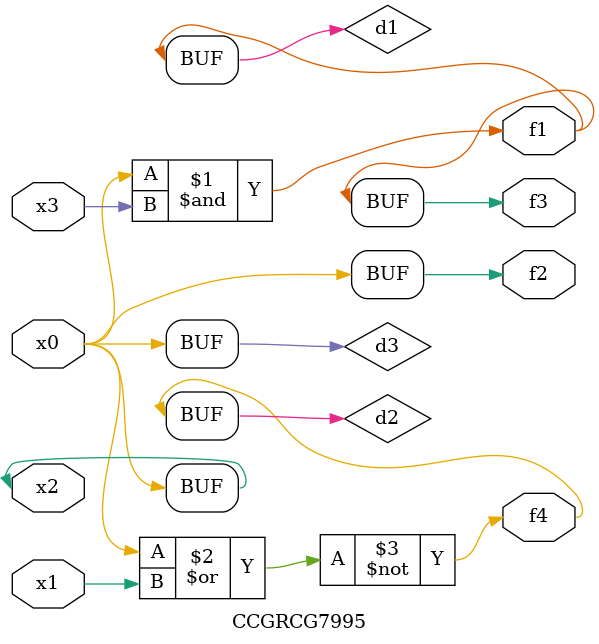
<source format=v>
module CCGRCG7995(
	input x0, x1, x2, x3,
	output f1, f2, f3, f4
);

	wire d1, d2, d3;

	and (d1, x2, x3);
	nor (d2, x0, x1);
	buf (d3, x0, x2);
	assign f1 = d1;
	assign f2 = d3;
	assign f3 = d1;
	assign f4 = d2;
endmodule

</source>
